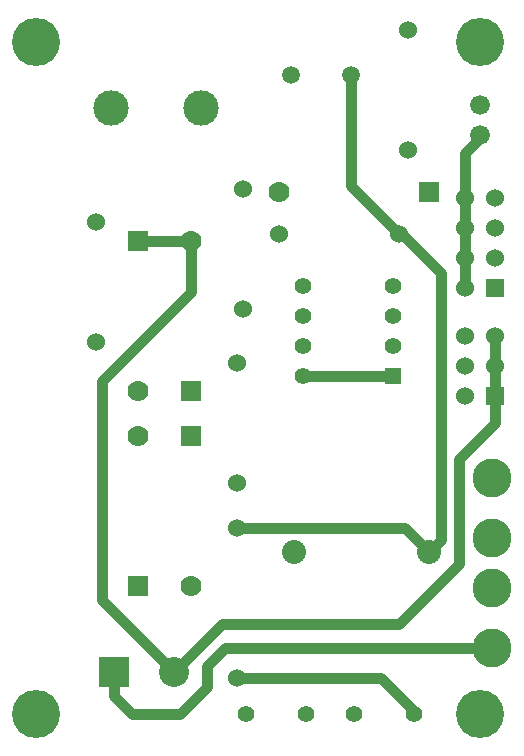
<source format=gtl>
G04 (created by PCBNEW (2013-jul-07)-stable) date Tue 04 Mar 2014 11:11:28 PM PST*
%MOIN*%
G04 Gerber Fmt 3.4, Leading zero omitted, Abs format*
%FSLAX34Y34*%
G01*
G70*
G90*
G04 APERTURE LIST*
%ADD10C,0.00590551*%
%ADD11C,0.08*%
%ADD12C,0.06*%
%ADD13R,0.06X0.06*%
%ADD14C,0.0591*%
%ADD15R,0.055X0.055*%
%ADD16C,0.055*%
%ADD17C,0.07*%
%ADD18R,0.07X0.07*%
%ADD19C,0.1181*%
%ADD20C,0.16*%
%ADD21C,0.129921*%
%ADD22R,0.1X0.1*%
%ADD23C,0.1*%
%ADD24C,0.066*%
%ADD25C,0.035*%
G04 APERTURE END LIST*
G54D10*
G54D11*
X67200Y-38600D03*
X71700Y-38600D03*
G54D12*
X65300Y-32300D03*
X65300Y-36300D03*
G54D13*
X73900Y-33400D03*
G54D12*
X72900Y-33400D03*
X73900Y-32400D03*
X72900Y-32400D03*
X73900Y-31400D03*
X72900Y-31400D03*
G54D14*
X67100Y-22700D03*
X69100Y-22700D03*
G54D15*
X70500Y-32750D03*
G54D16*
X70500Y-31750D03*
X70500Y-30750D03*
X70500Y-29750D03*
X67500Y-29750D03*
X67500Y-30750D03*
X67500Y-31750D03*
X67500Y-32750D03*
G54D17*
X66700Y-26600D03*
G54D18*
X71700Y-26600D03*
G54D17*
X62000Y-34750D03*
G54D18*
X62000Y-39750D03*
G54D17*
X63750Y-28250D03*
G54D18*
X63750Y-33250D03*
G54D17*
X62000Y-33250D03*
G54D18*
X62000Y-28250D03*
G54D17*
X63750Y-39750D03*
G54D18*
X63750Y-34750D03*
G54D19*
X64100Y-23800D03*
X61100Y-23800D03*
G54D20*
X58600Y-21600D03*
X58600Y-44000D03*
X73400Y-21600D03*
X73400Y-44000D03*
G54D12*
X65500Y-30500D03*
X65500Y-26500D03*
X66700Y-28000D03*
X70700Y-28000D03*
X60600Y-31600D03*
X60600Y-27600D03*
X65300Y-37800D03*
X65300Y-42800D03*
G54D21*
X73800Y-41800D03*
X73800Y-39810D03*
X73800Y-38140D03*
X73800Y-36140D03*
G54D16*
X65600Y-44000D03*
X67600Y-44000D03*
X71200Y-44000D03*
X69200Y-44000D03*
G54D13*
X73900Y-29800D03*
G54D12*
X72900Y-29800D03*
X73900Y-28800D03*
X72900Y-28800D03*
X73900Y-27800D03*
X72900Y-27800D03*
X73900Y-26800D03*
X72900Y-26800D03*
G54D22*
X61200Y-42600D03*
G54D23*
X63200Y-42600D03*
G54D12*
X71000Y-25200D03*
X71000Y-21200D03*
G54D24*
X73400Y-24700D03*
X73400Y-23700D03*
G54D25*
X65300Y-37800D02*
X70900Y-37800D01*
X70900Y-37800D02*
X71700Y-38600D01*
X70700Y-28000D02*
X70800Y-28000D01*
X72100Y-38200D02*
X71700Y-38600D01*
X72100Y-29300D02*
X72100Y-38200D01*
X70800Y-28000D02*
X72100Y-29300D01*
X69100Y-22700D02*
X69100Y-26400D01*
X69100Y-26400D02*
X70700Y-28000D01*
X71200Y-44000D02*
X71200Y-43900D01*
X70100Y-42800D02*
X65300Y-42800D01*
X71200Y-43900D02*
X70100Y-42800D01*
X73400Y-24700D02*
X73400Y-24800D01*
X72900Y-25300D02*
X72900Y-26800D01*
X73400Y-24800D02*
X72900Y-25300D01*
X72900Y-27800D02*
X72900Y-26800D01*
X72900Y-28800D02*
X72900Y-27800D01*
X72900Y-29800D02*
X72900Y-28800D01*
X73800Y-41800D02*
X64900Y-41800D01*
X61200Y-43400D02*
X61200Y-42600D01*
X61800Y-44000D02*
X61200Y-43400D01*
X63400Y-44000D02*
X61800Y-44000D01*
X64300Y-43100D02*
X63400Y-44000D01*
X64300Y-42400D02*
X64300Y-43100D01*
X64900Y-41800D02*
X64300Y-42400D01*
X70500Y-32750D02*
X67500Y-32750D01*
X73900Y-33400D02*
X73900Y-34300D01*
X64800Y-41000D02*
X63200Y-42600D01*
X70700Y-41000D02*
X64800Y-41000D01*
X72700Y-39000D02*
X70700Y-41000D01*
X72700Y-35500D02*
X72700Y-39000D01*
X73900Y-34300D02*
X72700Y-35500D01*
X73900Y-32400D02*
X73900Y-31400D01*
X73900Y-33400D02*
X73900Y-32400D01*
X63750Y-28250D02*
X62000Y-28250D01*
X63750Y-28250D02*
X63750Y-29950D01*
X60800Y-40200D02*
X63200Y-42600D01*
X60800Y-32900D02*
X60800Y-40200D01*
X63750Y-29950D02*
X60800Y-32900D01*
M02*

</source>
